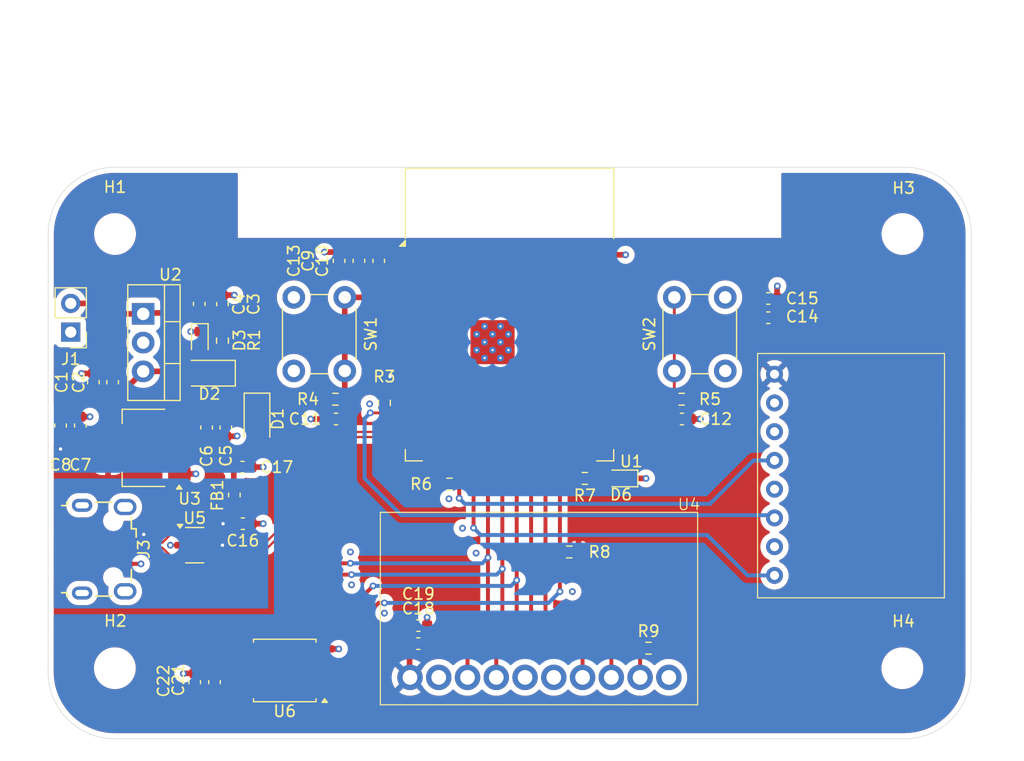
<source format=kicad_pcb>
(kicad_pcb (version 20241229) (generator "pcbnew") (generator_version "9.0")
  (layers (0 "F.Cu" signal) (4 "In1.Cu" signal) (6 "In2.Cu" signal) (2 "B.Cu" signal) (13 "F.Paste" user) (15 "B.Paste" user) (5 "F.SilkS" user "F.Silkscreen") (7 "B.SilkS" user "B.Silkscreen") (1 "F.Mask" user) (3 "B.Mask" user) (25 "Edge.Cuts" user))
  (net 0 "")
  (net 1 "+3.3V")
  (net 7 "MISO - Flash")
  (net 9 "SCL")
  (net 21 "SCK - Flash")
  (net 22 "/enable")
  (net 23 "MOSI -  Flash")
  (net 32 "/boot")
  (net 33 "+5V")
  (net 34 "VCC")
  (net 35 "5Vin")
  (net 36 "VBUS")
  (net 37 "Net-(D3-A)")
  (net 43 "CS")
  (net 44 "INT")
  (net 45 "SDA")
  (net 46 "GND")
  (net 50 "Net-(D6-A)")
  (net 51 "Net-(U1-IO48)")
  (net 53 "CS - Flash")
  (net 54 "USB_D+")
  (net 55 "USB_D-")
  (net 56 "bmp_int")
  (net 57 "Net-(D1-A)")
  (net 58 "/D+")
  (net 59 "/D-")
  (footprint "Package_TO_SOT_THT:TO-220-3_Vertical" (layer "F.Cu") (at 103.2 65.46 -90)
    (property "Reference" "U2")
    (property "Value" "LM78M05_TO220")
  )
  (footprint "Capacitor_SMD:C_0603_1608Metric" (layer "F.Cu") (at 120.225 74.75 180)
    (property "Reference" "C11")
    (property "Value" "tbd")
  )
  (footprint "LED_SMD:LED_0603_1608Metric" (layer "F.Cu") (at 145.4 80 180)
    (property "Reference" "D6")
    (property "Value" "LED")
  )
  (footprint "Connector_PinHeader_2.54mm:PinHeader_1x02_P2.54mm_Vertical" (layer "F.Cu") (at 96.8 67.075 180)
    (property "Reference" "J1")
    (property "Value" "Conn_01x02_Pin")
  )
  (footprint "Package_TO_SOT_SMD:SOT-23-6" (layer "F.Cu") (at 107.75 85.9)
    (property "Reference" "U5")
    (property "Value" "USBLC6-2SC6")
  )
  (footprint "Capacitor_SMD:C_0603_1608Metric" (layer "F.Cu") (at 109.5 98 -90)
    (property "Reference" "C21")
    (property "Value" "1uF")
  )
  (footprint "Package_TO_SOT_SMD:SOT-223-3_TabPin2" (layer "F.Cu") (at 103.25 77.3 180)
    (property "Reference" "U3")
    (property "Value" "AMS1117-3.3")
  )
  (footprint "LED_SMD:LED_0603_1608Metric" (layer "F.Cu") (at 108.2 67.8125 -90)
    (property "Reference" "D3")
    (property "Value" "LED")
  )
  (footprint "Resistor_SMD:R_0603_1608Metric" (layer "F.Cu") (at 124.5 73.325 90)
    (property "Reference" "R3")
    (property "Value" "10K")
  )
  (footprint "Capacitor_SMD:C_0603_1608Metric" (layer "F.Cu") (at 120.5 60.775 90)
    (property "Reference" "C13")
    (property "Value" "10uF")
  )
  (footprint "Diode_SMD:D_1206_3216Metric" (layer "F.Cu") (at 109.05 70.7 180)
    (property "Reference" "D2")
    (property "Value" "D_Schottky")
  )
  (footprint "Capacitor_SMD:C_0603_1608Metric" (layer "F.Cu") (at 98.8 71.5 90)
    (property "Reference" "C1")
    (property "Value" "tbd")
  )
  (footprint "Resistor_SMD:R_0603_1608Metric" (layer "F.Cu") (at 120.175 73 180)
    (property "Reference" "R4")
    (property "Value" "10K")
  )
  (footprint "Capacitor_SMD:C_0603_1608Metric" (layer "F.Cu") (at 110.2 64.6 90)
    (property "Reference" "C3")
    (property "Value" "tbd")
  )
  (footprint "Capacitor_SMD:C_0603_1608Metric" (layer "F.Cu") (at 107.75 98 -90)
    (property "Reference" "C22")
    (property "Value" "0.1uF")
  )
  (footprint "Inductor_SMD:L_0603_1608Metric" (layer "F.Cu") (at 111.25 81.4625 90)
    (property "Reference" "FB1")
    (property "Value" "FerriteBead_Small")
  )
  (footprint "Resistor_SMD:R_0603_1608Metric" (layer "F.Cu") (at 140.825 86.5)
    (property "Reference" "R8")
    (property "Value" "10K")
  )
  (footprint "SensorModules:Untitled" (layer "F.Cu") (at 119.14 92.5 90)
    (property "Reference" "U4")
    (property "Value" "~")
  )
  (footprint "Connector_USB:USB_Micro-B_Wuerth_629105150521" (layer "F.Cu") (at 99.755 86.25 -90)
    (property "Reference" "J3")
    (property "Value" "USB_B_Micro")
  )
  (footprint "Button_Switch_THT:SW_PUSH_6mm" (layer "F.Cu") (at 116.5 70.5 90)
    (property "Reference" "SW1")
    (property "Value" "SW_SPST")
  )
  (footprint "Capacitor_SMD:C_0603_1608Metric" (layer "F.Cu") (at 124 60.775 90)
    (property "Reference" "C10")
    (property "Value" "0.1uF")
  )
  (footprint "Resistor_SMD:R_0603_1608Metric" (layer "F.Cu") (at 147.825 95)
    (property "Reference" "R9")
    (property "Value" "10K")
  )
  (footprint "Diode_SMD:D_1206_3216Metric" (layer "F.Cu") (at 113.25 74.75 -90)
    (property "Reference" "D1")
    (property "Value" "D_Schottky")
  )
  (footprint "MountingHole:MountingHole_3.2mm_M3" (layer "F.Cu") (at 100.71231 58.40237)
    (property "Reference" "H1")
    (property "Value" "MountingHole")
  )
  (footprint "Capacitor_SMD:C_0603_1608Metric" (layer "F.Cu") (at 158.4 64.1)
    (property "Reference" "C15")
    (property "Value" "1uF")
  )
  (footprint "Resistor_SMD:R_0603_1608Metric" (layer "F.Cu") (at 150.75 73)
    (property "Reference" "R5")
    (property "Value" "10K")
  )
  (footprint "Capacitor_SMD:C_0603_1608Metric" (layer "F.Cu") (at 100.5 71.5 90)
    (property "Reference" "C2")
    (property "Value" "tbd")
  )
  (footprint "MountingHole:MountingHole_3.2mm_M3" (layer "F.Cu") (at 100.7 96.77)
    (property "Reference" "H2")
    (property "Value" "MountingHole")
  )
  (footprint "Capacitor_SMD:C_0603_1608Metric" (layer "F.Cu") (at 127.5 94.6)
    (property "Reference" "C18")
    (property "Value" "1uF")
  )
  (footprint "Capacitor_SMD:C_0603_1608Metric" (layer "F.Cu") (at 122.25 60.775 90)
    (property "Reference" "C9")
    (property "Value" "1uF")
  )
  (footprint "Resistor_SMD:R_0603_1608Metric" (layer "F.Cu") (at 142.2 80)
    (property "Reference" "R7")
    (property "Value" "150E")
  )
  (footprint "Capacitor_SMD:C_0603_1608Metric" (layer "F.Cu") (at 97.65 75.325 90)
    (property "Reference" "C7")
    (property "Value" "tbd")
  )
  (footprint "Capacitor_SMD:C_0603_1608Metric" (layer "F.Cu") (at 112 84)
    (property "Reference" "C16")
    (property "Value" "2.2pF")
  )
  (footprint "Capacitor_SMD:C_0603_1608Metric" (layer "F.Cu") (at 127.5 93)
    (property "Reference" "C19")
    (property "Value" "0.1uF")
  )
  (footprint "SensorModules:Adafruit BMP390Module" (layer "F.Cu") (at 168.95 79.55 -90)
    (property "Reference" "AdafruitBMP390" (hide yes))
    (property "Value" "~")
  )
  (footprint "Resistor_SMD:R_0603_1608Metric" (layer "F.Cu") (at 110.2 67.825 -90)
    (property "Reference" "R1")
    (property "Value" "150E")
  )
  (footprint "Capacitor_SMD:C_0603_1608Metric" (layer "F.Cu") (at 111.975 79)
    (property "Reference" "C17")
    (property "Value" "2.2pF")
  )
  (footprint "Capacitor_SMD:C_0603_1608Metric" (layer "F.Cu") (at 158.4 65.8)
    (property "Reference" "C14")
    (property "Value" "0.1uF")
  )
  (footprint "MountingHole:MountingHole_3.2mm_M3" (layer "F.Cu") (at 170.250001 58.40237)
    (property "Reference" "H3")
    (property "Value" "MountingHole")
  )
  (footprint "Package_SO:SOIC-8_5.3x5.3mm_P1.27mm" (layer "F.Cu") (at 115.7 96.97 180)
    (property "Reference" "U6")
    (property "Value" "W25Q16JVSS")
  )
  (footprint "Capacitor_SMD:C_0603_1608Metric" (layer "F.Cu") (at 110.5 75.5 -90)
    (property "Reference" "C5")
    (property "Value" "tbd")
  )
  (footprint "Button_Switch_THT:SW_PUSH_6mm" (layer "F.Cu") (at 154.6 64 -90)
    (property "Reference" "SW2")
    (property "Value" "SW_SPST")
  )
  (footprint "Capacitor_SMD:C_0603_1608Metric" (layer "F.Cu") (at 95.9 75.325 90)
    (property "Reference" "C8")
    (property "Value" "tbd")
  )
  (footprint "Capacitor_SMD:C_0603_1608Metric" (layer "F.Cu") (at 108.8 75.5 -90)
    (property "Reference" "C6")
    (property "Value" "tbd")
  )
  (footprint "MountingHole:MountingHole_3.2mm_M3" (layer "F.Cu") (at 170.238 96.77)
    (property "Reference" "H4")
    (property "Value" "MountingHole")
  )
  (footprint "RF_Module:ESP32-S3-WROOM-1" (layer "F.Cu") (at 135.55 65.5)
    (property "Reference" "U1")
    (property "Value" "ESP32-S3-WROOM-1")
  )
  (footprint "Resistor_SMD:R_0603_1608Metric" (layer "F.Cu") (at 130.25 80.5 180)
    (property "Reference" "R6")
    (property "Value" "10K")
  )
  (footprint "Capacitor_SMD:C_0603_1608Metric" (layer "F.Cu") (at 108.15 64.575 90)
    (property "Reference" "C4")
    (property "Value" "tbd")
  )
  (footprint "Capacitor_SMD:C_0603_1608Metric" (layer "F.Cu") (at 150.775 74.75)
    (property "Reference" "C12")
    (property "Value" "tbd")
  )
  (gr_arc (start 170.25 52.5) (mid 174.531237 54.16771) (end 176.319523 58.4) (stroke (width 0.05)) (layer "Edge.Cuts"))
  (gr_arc (start 176.308311 96.938758) (mid 174.640596 101.21999) (end 170.408311 103.008281) (stroke (width 0.05)) (layer "Edge.Cuts"))
  (gr_line (start 170.25 52.500001) (end 100.712311 52.5) (stroke (width 0.05)) (layer "Edge.Cuts"))
  (gr_arc (start 100.870577 103.008281) (mid 96.58934 101.340571) (end 94.801054 97.108281) (stroke (width 0.05)) (layer "Edge.Cuts"))
  (gr_line (start 100.870577 103.00828) (end 170.4083 103.008281) (stroke (width 0.05)) (layer "Edge.Cuts"))
  (gr_line (start 176.308311 96.938758) (end 176.319568 58.4) (stroke (width 0.05)) (layer "Edge.Cuts"))
  (gr_line (start 94.801054 97.108281) (end 94.812311 58.569523) (stroke (width 0.05)) (layer "Edge.Cuts"))
  (gr_arc (start 94.812311 58.569523) (mid 96.480021 54.288286) (end 100.712311 52.5) (stroke (width 0.05)) (layer "Edge.Cuts"))
  (segment (start 157.625 69.625) (end 157.625 65.9) (width 0.35) (layer "F.Cu") (net 1))
  (segment (start 99.3 77.3) (end 100.1 77.3) (width 0.35) (layer "F.Cu") (net 1))
  (segment (start 112.1125 98.875) (end 109.6 98.875) (width 0.35) (layer "F.Cu") (net 1))
  (segment (start 109.6 98.875) (end 109.5 98.775) (width 0.35) (layer "F.Cu") (net 1))
  (segment (start 157.625 64.1) (end 157.625 65.8) (width 0.35) (layer "F.Cu") (net 1))
  (segment (start 126.725 97.545) (end 126.76 97.58) (width 0.5) (layer "F.Cu") (net 1))
  (segment (start 126.725 94.6) (end 126.725 93) (width 0.5) (layer "F.Cu") (net 1))
  (segment (start 158.79 70.79) (end 157.625 69.625) (width 0.35) (layer "F.Cu") (net 1))
  (segment (start 141.65 86.5) (end 143 86.5) (width 0.5) (layer "F.Cu") (net 1))
  (segment (start 109.5 98.775) (end 107.75 98.775) (width 0.35) (layer "F.Cu") (net 1))
  (segment (start 97.65 76.1) (end 98.1 76.1) (width 0.35) (layer "F.Cu") (net 1))
  (segment (start 126.8 61.51) (end 120.54 61.51) (width 0.5) (layer "F.Cu") (net 1))
  (segment (start 98.1 76.1) (end 99.3 77.3) (width 0.35) (layer "F.Cu") (net 1))
  (segment (start 126.725 94.95) (end 126.725 97.545) (width 0.5) (layer "F.Cu") (net 1))
  (segment (start 158.95 70.79) (end 158.79 70.79) (width 0.35) (layer "F.Cu") (net 1))
  (segment (start 95.9 77.4) (end 95.9 76.1) (width 0.35) (layer "F.Cu") (net 1))
  (segment (start 120.54 61.51) (end 120.5 61.55) (width 0.5) (layer "F.Cu") (net 1))
  (segment (start 95.9 76.1) (end 97.65 76.1) (width 0.35) (layer "F.Cu") (net 1))
  (segment (start 110.15 66.975) (end 110.2 67.025) (width 0.5) (layer "F.Cu") (net 1))
  (segment (start 126.8 94.875) (end 126.725 94.95) (width 0.5) (layer "F.Cu") (net 1))
  (via (at 143 86.5) (size 0.6) (drill 0.3) (layers "F.Cu" "B.Cu") (net 1))
  (via (at 95.9 77.4) (size 0.6) (drill 0.3) (layers "F.Cu" "B.Cu") (net 1))
  (via (at 125 71) (size 0.6) (drill 0.3) (layers "F.Cu" "B.Cu") (net 1))
  (segment (start 136.185 93.185) (end 138 95) (width 0.35) (layer "F.Cu") (net 7))
  (segment (start 122 97) (end 122 91) (width 0.35) (layer "F.Cu") (net 7))
  (segment (start 138 95) (end 141.5 95) (width 0.35) (layer "F.Cu") (net 7))
  (segment (start 136.185 89) (end 136.185 93.185) (width 0.35) (layer "F.Cu") (net 7))
  (segment (start 136.185 78) (end 136.185 89) (width 0.35) (layer "F.Cu") (net 7))
  (segment (start 142 95.5) (end 142 97.58) (width 0.35) (layer "F.Cu") (net 7))
  (segment (start 121.395 97.605) (end 122 97) (width 0.35) (layer "F.Cu") (net 7))
  (segment (start 141.5 95) (end 142 95.5) (width 0.35) (layer "F.Cu") (net 7))
  (segment (start 122 91) (end 123.5 89.5) (width 0.35) (layer "F.Cu") (net 7))
  (segment (start 119.2875 97.605) (end 121.395 97.605) (width 0.35) (layer "F.Cu") (net 7))
  (via (at 123.5 89.5) (size 0.6) (drill 0.3) (layers "F.Cu" "B.Cu") (net 7))
  (via (at 136.185 89) (size 0.6) (drill 0.3) (layers "F.Cu" "B.Cu") (net 7))
  (segment (start 136.185 89) (end 135.685 89.5) (width 0.35) (layer "B.Cu") (net 7))
  (segment (start 135.685 89.5) (end 123.5 89.5) (width 0.35) (layer "B.Cu") (net 7))
  (segment (start 131.105 81.75) (end 131.105 78) (width 0.35) (layer "F.Cu") (net 9))
  (via (at 131.105 81.75) (size 0.6) (drill 0.3) (layers "F.Cu" "B.Cu") (net 9))
  (segment (start 131.105 81.75) (end 131.605 82.25) (width 0.35) (layer "B.Cu") (net 9))
  (segment (start 131.605 82.25) (end 153.25 82.25) (width 0.35) (layer "B.Cu") (net 9))
  (segment (start 153.25 82.25) (end 157.09 78.41) (width 0.35) (layer "B.Cu") (net 9))
  (segment (start 157.09 78.41) (end 158.95 78.41) (width 0.35) (layer "B.Cu") (net 9))
  (segment (start 121.6 88.5) (end 120 88.5) (width 0.35) (layer "F.Cu") (net 21))
  (segment (start 117 95.5) (end 116.165 96.335) (width 0.35) (layer "F.Cu") (net 21))
  (segment (start 117 91.5) (end 117 95.5) (width 0.35) (layer "F.Cu") (net 21))
  (segment (start 120 88.5) (end 117 91.5) (width 0.35) (layer "F.Cu") (net 21))
  (segment (start 134.38 93.62) (end 134.38 97.58) (width 0.35) (layer "F.Cu") (net 21))
  (segment (start 134.915 78) (end 134.915 88) (width 0.35) (layer "F.Cu") (net 21))
  (segment (start 116.165 96.335) (end 112.1125 96.335) (width 0.35) (layer "F.Cu") (net 21))
  (segment (start 134.915 88) (end 134.915 93.085) (width 0.35) (layer "F.Cu") (net 21))
  (segment (start 134.915 93.085) (end 134.38 93.62) (width 0.35) (layer "F.Cu") (net 21))
  (via (at 121.6 88.5) (size 0.6) (drill 0.3) (layers "F.Cu" "B.Cu") (net 21))
  (via (at 134.915 88) (size 0.6) (drill 0.3) (layers "F.Cu" "B.Cu") (net 21))
  (segment (start 121.6 88.5) (end 134.415 88.5) (width 0.35) (layer "B.Cu") (net 21))
  (segment (start 134.415 88.5) (end 134.915 88) (width 0.35) (layer "B.Cu") (net 21))
  (segment (start 123.75 64) (end 124.97 62.78) (width 0.5) (layer "F.Cu") (net 22))
  (segment (start 121 74.75) (end 121 70.5) (width 0.5) (layer "F.Cu") (net 22))
  (segment (start 121 70.5) (end 121 64) (width 0.5) (layer "F.Cu") (net 22))
  (segment (start 121 64) (end 123.75 64) (width 0.5) (layer "F.Cu") (net 22))
  (segment (start 124.97 62.78) (end 126.8 62.78) (width 0.5) (layer "F.Cu") (net 22))
  (segment (start 112.1125 95.065) (end 115.435 95.065) (width 0.35) (layer "F.Cu") (net 23))
  (segment (start 133.645 92.355) (end 131.84 94.16) (width 0.35) (layer "F.Cu") (net 23))
  (segment (start 119.5 87.5) (end 121.5 87.5) (width 0.35) (layer "F.Cu") (net 23))
  (segment (start 131.84 94.16) (end 131.84 97.58) (width 0.35) (layer "F.Cu") (net 23))
  (segment (start 116 91) (end 119.5 87.5) (width 0.35) (layer "F.Cu") (net 23))
  (segment (start 133.645 78) (end 133.645 87) (width 0.35) (layer "F.Cu") (net 23))
  (segment (start 133.645 87) (end 133.645 92.355) (width 0.35) (layer "F.Cu") (net 23))
  (segment (start 116 94.5) (end 116 91) (width 0.35) (layer "F.Cu") (net 23))
  (segment (start 115.435 95.065) (end 116 94.5) (width 0.35) (layer "F.Cu") (net 23))
  (via (at 121.5 87.5) (size 0.6) (drill 0.3) (layers "F.Cu" "B.Cu") (net 23))
  (via (at 133.645 87) (size 0.6) (drill 0.3) (layers "F.Cu" "B.Cu") (net 23))
  (segment (start 133.145 87.5) (end 121.5 87.5) (width 0.35) (layer "B.Cu") (net 23))
  (segment (start 133.645 87) (end 133.145 87.5) (width 0.35) (layer "B.Cu") (net 23))
  (segment (start 149 76.75) (end 144.3 76.75) (width 0.25) (layer "F.Cu") (net 32))
  (segment (start 150.1 75.65) (end 149 76.75) (width 0.25) (layer "F.Cu") (net 32))
  (segment (start 150.1 70.5) (end 150.1 75.65) (width 0.25) (layer "F.Cu") (net 32))
  (segment (start 150.1 64) (end 150.1 70.5) (width 0.25) (layer "F.Cu") (net 32))
  (segment (start 103.2 70.54) (end 107.49 70.54) (width 0.5) (layer "F.Cu") (net 33))
  (segment (start 107.34 70.54) (end 107.5 70.7) (width 0.5) (layer "F.Cu") (net 33))
  (segment (start 100.5 72.275) (end 101.465 72.275) (width 0.5) (layer "F.Cu") (net 33))
  (segment (start 107.49 70.54) (end 107.65 70.7) (width 0.5) (layer "F.Cu") (net 33))
  (segment (start 101.465 72.275) (end 103.2 70.54) (width 0.5) (layer "F.Cu") (net 33))
  (segment (start 98.8 72.275) (end 100.5 72.275) (width 0.5) (layer "F.Cu") (net 33))
  (segment (start 103.285 65.375) (end 103.2 65.46) (width 0.5) (layer "F.Cu") (net 34))
  (segment (start 103.2 65.46) (end 99.86 65.46) (width 0.5) (layer "F.Cu") (net 34))
  (segment (start 107.925 65.35) (end 107.95 65.375) (width 0.5) (layer "F.Cu") (net 34))
  (segment (start 98.935 64.535) (end 96.8 64.535) (width 0.5) (layer "F.Cu") (net 34))
  (segment (start 110.2 65.375) (end 103.285 65.375) (width 0.5) (layer "F.Cu") (net 34))
  (segment (start 99.86 65.46) (end 98.935 64.535) (width 0.5) (layer "F.Cu") (net 34))
  (segment (start 110.5 74.725) (end 111.05 74.725) (width 0.5) (layer "F.Cu") (net 35))
  (segment (start 106.4 73.4) (end 106.9 72.9) (width 0.5) (layer "F.Cu") (net 35))
  (segment (start 106.675 74.725) (end 108.8 74.725) (width 0.5) (layer "F.Cu") (net 35))
  (segment (start 106.4 75) (end 106.675 74.725) (width 0.5) (layer "F.Cu") (net 35))
  (segment (start 112.425 73.35) (end 113.25 73.35) (width 0.5) (layer "F.Cu") (net 35))
  (segment (start 110.45 72.45) (end 110.45 70.7) (width 0.5) (layer "F.Cu") (net 35))
  (segment (start 106.9 72.9) (end 110 72.9) (width 0.5) (layer "F.Cu") (net 35))
  (segment (start 111.05 74.725) (end 112.425 73.35) (width 0.5) (layer "F.Cu") (net 35))
  (segment (start 106.4 75) (end 106.4 73.4) (width 0.5) (layer "F.Cu") (net 35))
  (segment (start 110 72.9) (end 110.45 72.45) (width 0.5) (layer "F.Cu") (net 35))
  (segment (start 108.8 74.725) (end 110.5 74.725) (width 0.5) (layer "F.Cu") (net 35))
  (segment (start 111.225 84) (end 110.25 84) (width 0.5) (layer "F.Cu") (net 36))
  (segment (start 111.225 84) (end 111.225 82.275) (width 0.5) (layer "F.Cu") (net 36))
  (segment (start 111.225 82.275) (end 111.25 82.25) (width 0.5) (layer "F.Cu") (net 36))
  (segment (start 110.2 85.9) (end 108.8875 85.9) (width 0.25) (layer "F.Cu") (net 36))
  (segment (start 101.655 84.95) (end 103.25 84.95) (width 0.35) (layer "F.Cu") (net 36))
  (via (at 103.25 84.95) (size 0.6) (drill 0.3) (layers "F.Cu" "B.Cu") (net 36))
  (via (at 110.2 85.9) (size 0.6) (drill 0.3) (layers "F.Cu" "B.Cu") (net 36))
  (via (at 110.25 84) (size 0.6) (drill 0.3) (layers "F.Cu" "B.Cu") (net 36))
  (segment (start 108.25 68.65) (end 108.2 68.6) (width 0.35) (layer "F.Cu") (net 37))
  (segment (start 110.2 68.65) (end 108.25 68.65) (width 0.35) (layer "F.Cu") (net 37))
  (segment (start 138.725 91.725) (end 140 93) (width 0.35) (layer "F.Cu") (net 43))
  (segment (start 140 93) (end 146 93) (width 0.35) (layer "F.Cu") (net 43))
  (segment (start 146 93) (end 147.08 94.08) (width 0.35) (layer "F.Cu") (net 43))
  (segment (start 138.725 78) (end 138.725 91.725) (width 0.35) (layer "F.Cu") (net 43))
  (segment (start 147.08 94.08) (end 147.08 97.58) (width 0.35) (layer "F.Cu") (net 43))
  (segment (start 147 97.5) (end 147.08 97.58) (width 0.5) (layer "B.Cu") (net 43))
  (segment (start 137.455 78) (end 137.455 92.455) (width 0.35) (layer "F.Cu") (net 44))
  (segment (start 137.455 92.455) (end 139 94) (width 0.35) (layer "F.Cu") (net 44))
  (segment (start 144.54 95.54) (end 144.54 97.58) (width 0.35) (layer "F.Cu") (net 44))
  (segment (start 143 94) (end 144.54 95.54) (width 0.35) (layer "F.Cu") (net 44))
  (segment (start 139 94) (end 143 94) (width 0.35) (layer "F.Cu") (net 44))
  (segment (start 123.25 74.21) (end 126.8 74.21) (width 0.25) (layer "F.Cu") (net 45))
  (via (at 123.25 74.21) (size 0.6) (drill 0.3) (layers "F.Cu" "B.Cu") (net 45))
  (segment (start 122.75 74.71) (end 122.75 80) (width 0.35) (layer "B.Cu") (net 45))
  (segment (start 123.25 74.21) (end 122.75 74.71) (width 0.35) (layer "B.Cu") (net 45))
  (segment (start 122.75 80) (end 126 83.25) (width 0.35) (layer "B.Cu") (net 45))
  (segment (start 126 83.25) (end 158.71 83.25) (width 0.35) (layer "B.Cu") (net 45))
  (segment (start 158.71 83.25) (end 158.95 83.49) (width 0.2) (layer "B.Cu") (net 45))
  (segment (start 159.175 64.1) (end 159.175 65.8) (width 0.5) (layer "F.Cu") (net 46))
  (segment (start 120.465 95.065) (end 119.2875 95.065) (width 0.5) (layer "F.Cu") (net 46))
  (segment (start 103 87.55) (end 101.655 87.55) (width 0.35) (layer "F.Cu") (net 46))
  (segment (start 97.75 70.725) (end 100.5 70.725) (width 0.5) (layer "F.Cu") (net 46))
  (segment (start 106.75 97.25) (end 106.775 97.225) (width 0.5) (layer "F.Cu") (net 46))
  (segment (start 107.4 67.025) (end 108.2 67.025) (width 0.35) (layer "F.Cu") (net 46))
  (segment (start 125.64 60.24) (end 126.8 60.24) (width 0.5) (layer "F.Cu") (net 46))
  (segment (start 145.8 60.24) (end 144.3 60.24) (width 0.5) (layer "F.Cu") (net 46))
  (segment (start 98.5 74.55) (end 95.9 74.55) (width 0.5) (layer "F.Cu") (net 46))
  (segment (start 152.4 74.75) (end 151.55 74.75) (width 0.5) (layer "F.Cu") (net 46))
  (segment (start 111.25 63.8) (end 108.15 63.8) (width 0.5) (layer "F.Cu") (net 46))
  (segment (start 111.5 76.25) (end 111.475 76.275) (width 0.5) (layer "F.Cu") (net 46))
  (segment (start 106.775 97.225) (end 109.5 97.225) (width 0.5) (layer "F.Cu") (net 46))
  (segment (start 110.5 76.275) (end 108.8 76.275) (width 0.5) (layer "F.Cu") (net 46))
  (segment (start 112.75 79) (end 113.8 79) (width 0.5) (layer "F.Cu") (net 46))
  (segment (start 107.9 66.975) (end 107.95 67.025) (width 0.35) (layer "F.Cu") (net 46))
  (segment (start 159.2 63) (end 159.175 63.025) (width 0.5) (layer "F.Cu") (net 46))
  (segment (start 119.45 74.75) (end 118 74.75) (width 0.5) (layer "F.Cu") (net 46))
  (segment (start 125.4 60) (end 125.64 60.24) (width 0.5) (layer "F.Cu") (net 46))
  (segment (start 105.6 85.9) (end 106.6125 85.9) (width 0.25) (layer "F.Cu") (net 46))
  (segment (start 146.1875 80) (end 147.6 80) (width 0.5) (layer "F.Cu") (net 46))
  (segment (start 111.475 76.275) (end 110.5 76.275) (width 0.5) (layer "F.Cu") (net 46))
  (segment (start 128.275 92.275) (end 128.275 94.6) (width 0.5) (layer "F.Cu") (net 46))
  (segment (start 124 60) (end 125.4 60) (width 0.5) (layer "F.Cu") (net 46))
  (segment (start 159.175 63.025) (end 159.175 64.1) (width 0.5) (layer "F.Cu") (net 46))
  (segment (start 112.775 84) (end 113.8 84) (width 0.5) (layer "F.Cu") (net 46))
  (segment (start 107.85 79.6) (end 106.4 79.6) (width 0.5) (layer "F.Cu") (net 46))
  (segment (start 124 60) (end 119.2 60) (width 0.5) (layer "F.Cu") (net 46))
  (via (at 141.1 90) (size 0.6) (drill 0.3) (layers "F.Cu" "B.Cu") (net 46))
  (via (at 111.5 76.25) (size 0.6) (drill 0.3) (layers "F.Cu" "B.Cu") (net 46))
  (via (at 147.6 80) (size 0.6) (drill 0.3) (layers "F.Cu" "B.Cu") (net 46))
  (via (at 98.5 74.55) (size 0.6) (drill 0.3) (layers "F.Cu" "B.Cu") (net 46))
  (via (at 103 87.55) (size 0.6) (drill 0.3) (layers "F.Cu" "B.Cu") (net 46))
  (via (at 121.6 89.4) (size 0.6) (drill 0.3) (layers "F.Cu" "B.Cu") (net 46))
  (via (at 121.5 86.5) (size 0.6) (drill 0.3) (layers "F.Cu" "B.Cu") (net 46))
  (via (at 128.275 92.275) (size 0.6) (drill 0.3) (layers "F.Cu" "B.Cu") (net 46))
  (via (at 113.8 84) (size 0.6) (drill 0.3) (layers "F.Cu" "B.Cu") (net 46))
  (via (at 130.2 81.8) (size 0.6) (drill 0.3) (layers "F.Cu" "B.Cu") (net 46))
  (via (at 152.4 74.75) (size 0.6) (drill 0.3) (layers "F.Cu" "B.Cu") (net 46))
  (via (at 124.5 91.9) (size 0.6) (drill 0.3) (layers "F.Cu" "B.Cu") (net 46))
  (via (at 107.85 79.6) (size 0.6) (drill 0.3) (layers "F.Cu" "B.Cu") (net 46))
  (via (at 123.199931 73.411566) (size 0.6) (drill 0.3) (layers "F.Cu" "B.Cu") (net 46))
  (via (at 120.465 95.065) (size 0.6) (drill 0.3) (layers "F.Cu" "B.Cu") (net 46))
  (via (at 118 74.75) (size 0.6) (drill 0.3) (layers "F.Cu" "B.Cu") (net 46))
  (via (at 107.4 67.025) (size 0.6) (drill 0.3) (layers "F.Cu" "B.Cu") (net 46))
  (via (at 119.2 60) (size 0.6) (drill 0.3) (layers "F.Cu" "B.Cu") (net 46))
  (via (at 113.8 79) (size 0.6) (drill 0.3) (layers "F.Cu" "B.Cu") (net 46))
  (via (at 132.6 86.6) (size 0.6) (drill 0.3) (layers "F.Cu" "B.Cu") (net 46))
  (via (at 111.25 63.8) (size 0.6) (drill 0.3) (layers "F.Cu" "B.Cu") (net 46))
  (via (at 145.8 60.24) (size 0.6) (drill 0.3) (layers "F.Cu" "B.Cu") (net 46))
  (via (at 105.6 85.9) (size 0.6) (drill 0.3) (layers "F.Cu" "B.Cu") (net 46))
  (via (at 106.75 97.25) (size 0.6) (drill 0.3) (layers "F.Cu" "B.Cu") (net 46))
  (via (at 159.2 63) (size 0.6) (drill 0.3) (layers "F.Cu" "B.Cu") (net 46))
  (via (at 131.4 84.4) (size 0.6) (drill 0.3) (layers "F.Cu" "B.Cu") (net 46))
  (via (at 97.75 70.725) (size 0.6) (drill 0.3) (layers "F.Cu" "B.Cu") (net 46))
  (segment (start 143.025 80) (end 144.6125 80) (width 0.5) (layer "F.Cu") (net 50))
  (segment (start 141.265 79.89) (end 141.375 80) (width 0.5) (layer "F.Cu") (net 51))
  (segment (start 141.265 78) (end 141.265 79.89) (width 0.5) (layer "F.Cu") (net 51))
  (segment (start 124 91) (end 123 92) (width 0.35) (layer "F.Cu") (net 53))
  (segment (start 123 98) (end 122.125 98.875) (width 0.35) (layer "F.Cu") (net 53))
  (segment (start 122.125 98.875) (end 119.2875 98.875) (width 0.35) (layer "F.Cu") (net 53))
  (segment (start 140 78.005) (end 139.995 78) (width 0.35) (layer "F.Cu") (net 53))
  (segment (start 124.5 91) (end 124 91) (width 0.35) (layer "F.Cu") (net 53))
  (segment (start 123 92) (end 123 98) (width 0.35) (layer "F.Cu") (net 53))
  (segment (start 140 90) (end 140 78.005) (width 0.35) (layer "F.Cu") (net 53))
  (via (at 124.5 91) (size 0.6) (drill 0.3) (layers "F.Cu" "B.Cu") (net 53))
  (via (at 140 90) (size 0.6) (drill 0.3) (layers "F.Cu" "B.Cu") (net 53))
  (segment (start 139 91) (end 140 90) (width 0.35) (layer "B.Cu") (net 53))
  (segment (start 124.5 91) (end 139 91) (width 0.35) (layer "B.Cu") (net 53))
  (segment (start 110.775 86.85) (end 111.5 86.125) (width 0.2) (layer "F.Cu") (net 54))
  (segment (start 125.674999 76.75) (end 126.8 76.75) (width 0.2) (layer "F.Cu") (net 54))
  (segment (start 118.225 79.593198) (end 121.478198 76.34) (width 0.2) (layer "F.Cu") (net 54))
  (segment (start 111.5 86.125) (end 114.193198 86.125) (width 0.2) (layer "F.Cu") (net 54))
  (segment (start 121.478198 76.34) (end 125.264999 76.34) (width 0.2) (layer "F.Cu") (net 54))
  (segment (start 118.225 82.093198) (end 118.225 79.593198) (width 0.2) (layer "F.Cu") (net 54))
  (segment (start 125.264999 76.34) (end 125.674999 76.75) (width 0.2) (layer "F.Cu") (net 54))
  (segment (start 108.8875 86.85) (end 110.775 86.85) (width 0.2) (layer "F.Cu") (net 54))
  (segment (start 114.193198 86.125) (end 118.225 82.093198) (width 0.2) (layer "F.Cu") (net 54))
  (segment (start 125.674999 75.48) (end 126.8 75.48) (width 0.2) (layer "F.Cu") (net 55))
  (segment (start 117.775 79.406802) (end 121.291802 75.89) (width 0.2) (layer "F.Cu") (net 55))
  (segment (start 114.006802 85.675) (end 117.775 81.906802) (width 0.2) (layer "F.Cu") (net 55))
  (segment (start 110.775 84.95) (end 111.5 85.675) (width 0.2) (layer "F.Cu") (net 55))
  (segment (start 111.5 85.675) (end 114.006802 85.675) (width 0.2) (layer "F.Cu") (net 55))
  (segment (start 117.775 81.906802) (end 117.775 79.406802) (width 0.2) (layer "F.Cu") (net 55))
  (segment (start 125.264999 75.89) (end 125.674999 75.48) (width 0.2) (layer "F.Cu") (net 55))
  (segment (start 121.291802 75.89) (end 125.264999 75.89) (width 0.2) (layer "F.Cu") (net 55))
  (segment (start 108.8875 84.95) (end 110.775 84.95) (width 0.2) (layer "F.Cu") (net 55))
  (segment (start 132.375 84.375) (end 132.375 78) (width 0.35) (layer "F.Cu") (net 56))
  (via (at 132.375 84.375) (size 0.6) (drill 0.3) (layers "F.Cu" "B.Cu") (net 56))
  (segment (start 133 85) (end 153 85) (width 0.35) (layer "B.Cu") (net 56))
  (segment (start 156.57 88.57) (end 158.95 88.57) (width 0.35) (layer "B.Cu") (net 56))
  (segment (start 132.375 84.375) (end 133 85) (width 0.35) (layer "B.Cu") (net 56))
  (segment (start 153 85) (end 156.57 88.57) (width 0.35) (layer "B.Cu") (net 56))
  (segment (start 113.25 77.25) (end 112.75 77.75) (width 0.5) (layer "F.Cu") (net 57))
  (segment (start 111.5 77.75) (end 111.2 78.05) (width 0.5) (layer "F.Cu") (net 57))
  (segment (start 112.75 77.75) (end 111.5 77.75) (width 0.5) (layer "F.Cu") (net 57))
  (segment (start 111.2 78.05) (end 111.2 79) (width 0.5) (layer "F.Cu") (net 57))
  (segment (start 111.2 80.625) (end 111.2 79) (width 0.5) (layer "F.Cu") (net 57))
  (segment (start 113.25 76.15) (end 113.25 77.25) (width 0.5) (layer "F.Cu") (net 57))
  (segment (start 111.25 80.675) (end 111.2 80.625) (width 0.5) (layer "F.Cu") (net 57))
  (segment (start 104.422206 86.15) (end 102.730001 86.15) (width 0.2) (layer "F.Cu") (net 58))
  (segment (start 102.730001 86.15) (end 102.630001 86.25) (width 0.2) (layer "F.Cu") (net 58))
  (segment (start 104.893749 86.125) (end 104.447206 86.125) (width 0.2) (layer "F.Cu") (net 58))
  (segment (start 104.447206 86.125) (end 104.422206 86.15) (width 0.2) (layer "F.Cu") (net 58))
  (segment (start 106.6125 86.85) (end 105.618749 86.85) (width 0.2) (layer "F.Cu") (net 58))
  (segment (start 105.618749 86.85) (end 104.893749 86.125) (width 0.2) (layer "F.Cu") (net 58))
  (segment (start 102.630001 86.25) (end 101.655 86.25) (width 0.2) (layer "F.Cu") (net 58))
  (segment (start 101.655 85.6) (end 102.630001 85.6) (width 0.2) (layer "F.Cu") (net 59))
  (segment (start 102.730001 85.7) (end 104.25 85.7) (width 0.2) (layer "F.Cu") (net 59))
  (segment (start 104.893749 85.675) (end 104.275 85.675) (width 0.2) (layer "F.Cu") (net 59))
  (segment (start 104.275 85.675) (end 104.25 85.7) (width 0.2) (layer "F.Cu") (net 59))
  (segment (start 105.618749 84.95) (end 104.893749 85.675) (width 0.2) (layer "F.Cu") (net 59))
  (segment (start 102.630001 85.6) (end 102.730001 85.7) (width 0.2) (layer "F.Cu") (net 59))
  (segment (start 106.6125 84.95) (end 105.618749 84.95) (width 0.2) (layer "F.Cu") (net 59))
  (zone (net 1) (net_name "+3.3V") (layer "F.Cu") (priority 1) (connect_pads (clearance 0.5)) (min_thickness 0.25) (fill yes (thermal_gap 0.5) (thermal_bridge_width 0.5))
    (polygon (pts (xy 94 52) (xy 177.25 51) (xy 181 104.5) (xy 94.75 105)))
  )
  (zone (net 36) (net_name "VBUS") (layer "B.Cu") (priority 3) (connect_pads (clearance 0.5)) (min_thickness 0.25) (fill yes (thermal_gap 0.5) (thermal_bridge_width 0.5))
    (polygon (pts (xy 95 91.75) (xy 114.5 91.75) (xy 114.5 79.75) (xy 94.75 79.75)))
  )
  (zone (net 1) (net_name "+3.3V") (layer "B.Cu") (priority 4) (connect_pads (clearance 0.5)) (min_thickness 0.25) (fill yes (thermal_gap 0.5) (thermal_bridge_width 0.5))
    (polygon (pts (xy 94.75 79.5) (xy 114.75 79.5) (xy 114.75 92) (xy 95 92) (xy 95 103.5) (xy 177.25 103.5) (xy 177.25 51) (xy 94 52)))
  )
)
</source>
